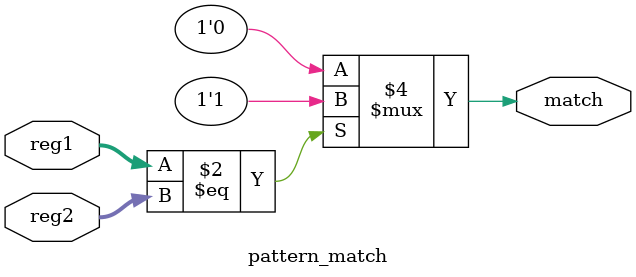
<source format=sv>
`timescale 1ns / 1ps

module pattern_match(
    input logic [4:0]reg1,reg2,
    output logic match
    );
    
always@(*) begin
    if(reg1 == reg2)
        match = 1;
    else match = 0;
end
endmodule

</source>
